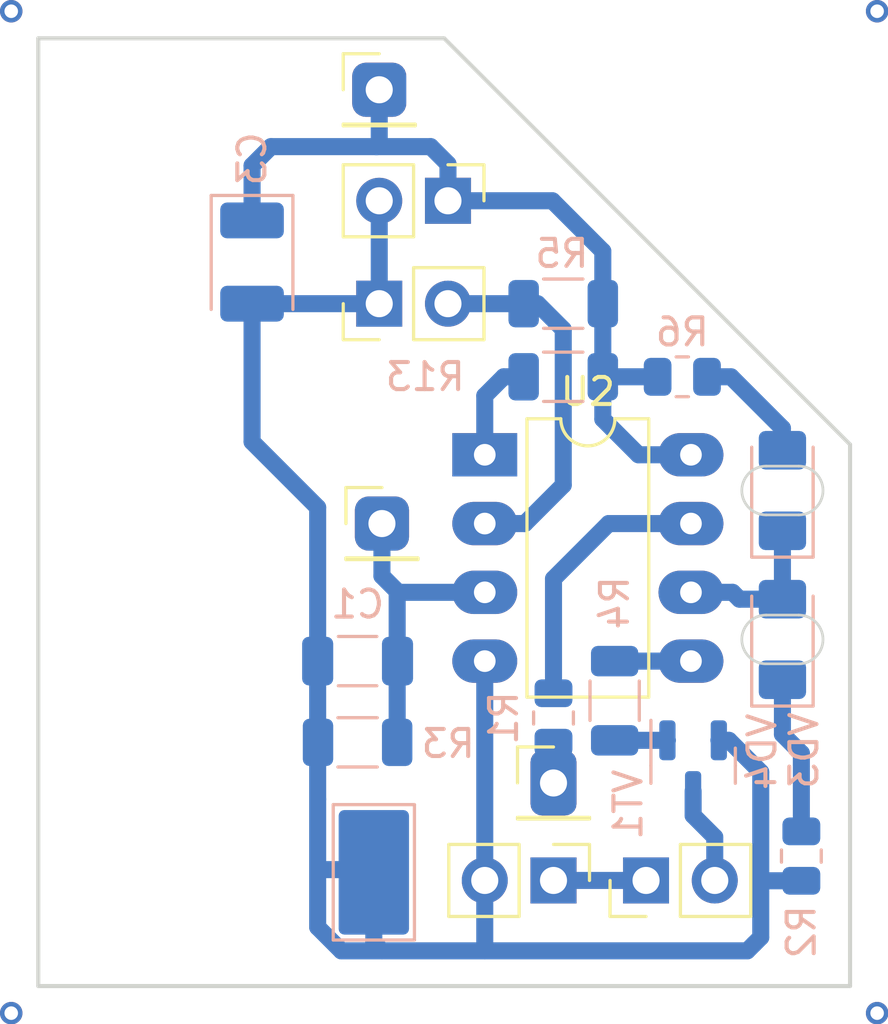
<source format=kicad_pcb>
(kicad_pcb (version 20221018) (generator pcbnew)
  (layers (0 "F.Cu" signal) (31 "B.Cu" signal) (34 "B.Paste" user) (35 "F.Paste" user) (36 "B.SilkS" user "B.Silkscreen") (37 "F.SilkS" user "F.Silkscreen") (38 "B.Mask" user) (39 "F.Mask" user) (44 "Edge.Cuts" user))
  (net 0 "")
  (net 1 "Net-(U2-RST)")
  (net 2 "GND")
  (net 3 "Net-(VT1-G)")
  (net 4 "Net-(U2-PB0)")
  (net 5 "Net-(U2-PB4)")
  (net 6 "/VDD")
  (net 7 "Net-(J3-Pad1)")
  (net 8 "Net-(VT1-D)")
  (net 9 "Net-(J8-Pad1)")
  (net 10 "Net-(U2-PB2)")
  (net 11 "Net-(VD4-C)")
  (net 12 "Net-(VD3-A)")
  (net 13 "Net-(U2-PB1)")
  (net 14 "Net-(U2-PB3)")
  (footprint "Connector_PinHeader_2.54mm:PinHeader_1x02_P2.54mm_Vertical" (layer "F.Cu") (at 69.04 91.1 -90)
    (fp_text reference "J4" hide)
    (fp_text value "12V")
    (fp_line (start -1.33 -1.33) (end 0 -1.33) (stroke (width 0.12)) (layer "F.SilkS"))
    (fp_line (start -1.33 0) (end -1.33 -1.33) (stroke (width 0.12)) (layer "F.SilkS"))
    (fp_line (start -1.33 1.27) (end -1.33 3.87) (stroke (width 0.12)) (layer "F.SilkS"))
    (fp_line (start -1.33 1.27) (end 1.33 1.27) (stroke (width 0.12)) (layer "F.SilkS"))
    (fp_line (start -1.33 3.87) (end 1.33 3.87) (stroke (width 0.12)) (layer "F.SilkS"))
    (fp_line (start 1.33 1.27) (end 1.33 3.87) (stroke (width 0.12)) (layer "F.SilkS"))
    (pad "1" thru_hole rect (at 0 0 270) (size 1.7 1.7) (drill 1) (layers "*.Cu" "*.Mask") (net 7 "Net-(J3-Pad1)"))
    (pad "2" thru_hole oval (at 0 2.54 270) (size 1.7 1.7) (drill 1) (layers "*.Cu" "*.Mask") (net 2 "GND"))
  )
  (footprint "Package_DIP:DIP-8_W7.62mm_LongPads" (layer "F.Cu") (at 66.5 75.38)
    (fp_text reference "U2" (at 3.81 -2.33) (layer "F.SilkS"))
    (fp_text value "ATtiny13V-10S")
    (fp_line (start 1.56 -1.33) (end 1.56 8.95) (stroke (width 0.12)) (layer "F.SilkS"))
    (fp_line (start 1.56 8.95) (end 6.06 8.95) (stroke (width 0.12)) (layer "F.SilkS"))
    (fp_line (start 2.81 -1.33) (end 1.56 -1.33) (stroke (width 0.12)) (layer "F.SilkS"))
    (fp_line (start 6.06 -1.33) (end 4.81 -1.33) (stroke (width 0.12)) (layer "F.SilkS"))
    (fp_line (start 6.06 8.95) (end 6.06 -1.33) (stroke (width 0.12)) (layer "F.SilkS"))
    (fp_arc (start 4.81 -1.33) (mid 3.81 -0.33) (end 2.81 -1.33) (stroke (width 0.12)) (layer "F.SilkS"))
    (pad "1" thru_hole rect (at 0 0) (size 2.4 1.6) (drill 0.8) (layers "*.Cu" "*.Mask") (net 1 "Net-(U2-RST)"))
    (pad "2" thru_hole oval (at 0 2.54) (size 2.4 1.6) (drill 0.8) (layers "*.Cu" "*.Mask") (net 14 "Net-(U2-PB3)"))
    (pad "3" thru_hole oval (at 0 5.08) (size 2.4 1.6) (drill 0.8) (layers "*.Cu" "*.Mask") (net 5 "Net-(U2-PB4)"))
    (pad "4" thru_hole oval (at 0 7.62) (size 2.4 1.6) (drill 0.8) (layers "*.Cu" "*.Mask") (net 2 "GND"))
    (pad "5" thru_hole oval (at 7.62 7.62) (size 2.4 1.6) (drill 0.8) (layers "*.Cu" "*.Mask") (net 4 "Net-(U2-PB0)"))
    (pad "6" thru_hole oval (at 7.62 5.08) (size 2.4 1.6) (drill 0.8) (layers "*.Cu" "*.Mask") (net 13 "Net-(U2-PB1)"))
    (pad "7" thru_hole oval (at 7.62 2.54) (size 2.4 1.6) (drill 0.8) (layers "*.Cu" "*.Mask") (net 10 "Net-(U2-PB2)"))
    (pad "8" thru_hole oval (at 7.62 0) (size 2.4 1.6) (drill 0.8) (layers "*.Cu" "*.Mask") (net 6 "/VDD"))
  )
  (footprint "lib:switch_out" (layer "F.Cu") (at 62.7 68.92)
    (fp_text reference "R7" hide)
    (fp_text value "10k" hide)
    (fp_line (start -1.43 -8.35) (end -0.1 -8.35) (stroke (width 0.12)) (layer "F.SilkS"))
    (fp_line (start -1.43 -7.02) (end -1.43 -8.35) (stroke (width 0.12)) (layer "F.SilkS"))
    (fp_line (start -1.43 -5.75) (end -1.43 -5.69) (stroke (width 0.12)) (layer "F.SilkS"))
    (fp_line (start -1.43 -5.75) (end 1.23 -5.75) (stroke (width 0.12)) (layer "F.SilkS"))
    (fp_line (start -1.43 -5.69) (end 1.23 -5.69) (stroke (width 0.12)) (layer "F.SilkS"))
    (fp_line (start -1.33 7.67) (end 0 7.67) (stroke (width 0.12)) (layer "F.SilkS"))
    (fp_line (start -1.33 9) (end -1.33 7.67) (stroke (width 0.12)) (layer "F.SilkS"))
    (fp_line (start -1.33 10.27) (end -1.33 10.33) (stroke (width 0.12)) (layer "F.SilkS"))
    (fp_line (start -1.33 10.27) (end 1.33 10.27) (stroke (width 0.12)) (layer "F.SilkS"))
    (fp_line (start -1.33 10.33) (end 1.33 10.33) (stroke (width 0.12)) (layer "F.SilkS"))
    (fp_line (start 1.23 -5.75) (end 1.23 -5.69) (stroke (width 0.12)) (layer "F.SilkS"))
    (fp_line (start 1.33 10.27) (end 1.33 10.33) (stroke (width 0.12)) (layer "F.SilkS"))
    (pad "1" thru_hole roundrect (at 0 9) (size 2 2) (drill 1) (layers "*.Cu" "*.Mask") (net 5 "Net-(U2-PB4)"))
    (pad "2" thru_hole roundrect (at -0.1 -7.02) (size 2 2) (drill 1) (layers "*.Cu" "*.Mask") (net 6 "/VDD"))
  )
  (footprint "Connector_PinHeader_2.54mm:PinHeader_1x02_P2.54mm_Vertical" (layer "F.Cu") (at 62.6 69.8 90)
    (fp_text reference "SW1" hide)
    (fp_text value "SWITCH1")
    (fp_line (start -1.33 -1.33) (end 0 -1.33) (stroke (width 0.12)) (layer "F.SilkS"))
    (fp_line (start -1.33 0) (end -1.33 -1.33) (stroke (width 0.12)) (layer "F.SilkS"))
    (fp_line (start -1.33 1.27) (end -1.33 3.87) (stroke (width 0.12)) (layer "F.SilkS"))
    (fp_line (start -1.33 1.27) (end 1.33 1.27) (stroke (width 0.12)) (layer "F.SilkS"))
    (fp_line (start -1.33 3.87) (end 1.33 3.87) (stroke (width 0.12)) (layer "F.SilkS"))
    (fp_line (start 1.33 1.27) (end 1.33 3.87) (stroke (width 0.12)) (layer "F.SilkS"))
    (pad "1" thru_hole rect (at 0 0 90) (size 1.7 1.7) (drill 1) (layers "*.Cu" "*.Mask") (net 2 "GND"))
    (pad "2" thru_hole oval (at 0 2.54 90) (size 1.7 1.7) (drill 1) (layers "*.Cu" "*.Mask") (net 14 "Net-(U2-PB3)"))
  )
  (footprint "MountingHole:MountingHole_3.2mm_M3" (layer "F.Cu") (at 55 90)
    (fp_text reference "H1" hide)
    (fp_text value "MountingHole" hide)
    (pad "" np_thru_hole circle (at 0 0) (size 3.2 3.2) (drill 3.2) (layers "*.Cu" "*.Mask"))
  )
  (footprint "MountingHole:MountingHole_3.2mm_M3" (layer "F.Cu") (at 55 80)
    (fp_text reference "H2" hide)
    (fp_text value "MountingHole" hide)
    (pad "" np_thru_hole circle (at 0 0) (size 3.2 3.2) (drill 3.2) (layers "*.Cu" "*.Mask"))
  )
  (footprint "Connector_PinHeader_2.54mm:PinHeader_1x02_P2.54mm_Vertical" (layer "F.Cu") (at 72.46 91.1 90)
    (fp_text reference "J3" hide)
    (fp_text value "FAN")
    (fp_line (start -1.33 -1.33) (end 0 -1.33) (stroke (width 0.12)) (layer "F.SilkS"))
    (fp_line (start -1.33 0) (end -1.33 -1.33) (stroke (width 0.12)) (layer "F.SilkS"))
    (fp_line (start -1.33 1.27) (end -1.33 3.87) (stroke (width 0.12)) (layer "F.SilkS"))
    (fp_line (start -1.33 1.27) (end 1.33 1.27) (stroke (width 0.12)) (layer "F.SilkS"))
    (fp_line (start -1.33 3.87) (end 1.33 3.87) (stroke (width 0.12)) (layer "F.SilkS"))
    (fp_line (start 1.33 1.27) (end 1.33 3.87) (stroke (width 0.12)) (layer "F.SilkS"))
    (pad "1" thru_hole rect (at 0 0 90) (size 1.7 1.7) (drill 1) (layers "*.Cu" "*.Mask") (net 7 "Net-(J3-Pad1)"))
    (pad "2" thru_hole oval (at 0 2.54 90) (size 1.7 1.7) (drill 1) (layers "*.Cu" "*.Mask") (net 8 "Net-(VT1-D)"))
  )
  (footprint "Connector_PinHeader_2.54mm:PinHeader_1x01_P2.54mm_Vertical" (layer "F.Cu") (at 69.04 87.5)
    (fp_text reference "J8" hide)
    (fp_text value "ON/OFF out")
    (fp_line (start -1.33 -1.33) (end 0 -1.33) (stroke (width 0.12)) (layer "F.SilkS"))
    (fp_line (start -1.33 0) (end -1.33 -1.33) (stroke (width 0.12)) (layer "F.SilkS"))
    (fp_line (start -1.33 1.27) (end -1.33 1.33) (stroke (width 0.12)) (layer "F.SilkS"))
    (fp_line (start -1.33 1.27) (end 1.33 1.27) (stroke (width 0.12)) (layer "F.SilkS"))
    (fp_line (start -1.33 1.33) (end 1.33 1.33) (stroke (width 0.12)) (layer "F.SilkS"))
    (fp_line (start 1.33 1.27) (end 1.33 1.33) (stroke (width 0.12)) (layer "F.SilkS"))
    (pad "1" thru_hole roundrect (at 0 0) (size 1.7 2.4) (drill 1) (layers "*.Cu" "*.Mask") (net 9 "Net-(J8-Pad1)"))
  )
  (footprint "Connector_PinHeader_2.54mm:PinHeader_1x02_P2.54mm_Vertical" (layer "F.Cu") (at 65.14 66 -90)
    (fp_text reference "J6" hide)
    (fp_text value "5V")
    (fp_line (start -1.33 -1.33) (end 0 -1.33) (stroke (width 0.12)) (layer "F.SilkS"))
    (fp_line (start -1.33 0) (end -1.33 -1.33) (stroke (width 0.12)) (layer "F.SilkS"))
    (fp_line (start -1.33 1.27) (end -1.33 3.87) (stroke (width 0.12)) (layer "F.SilkS"))
    (fp_line (start -1.33 1.27) (end 1.33 1.27) (stroke (width 0.12)) (layer "F.SilkS"))
    (fp_line (start -1.33 3.87) (end 1.33 3.87) (stroke (width 0.12)) (layer "F.SilkS"))
    (fp_line (start 1.33 1.27) (end 1.33 3.87) (stroke (width 0.12)) (layer "F.SilkS"))
    (pad "1" thru_hole rect (at 0 0 270) (size 1.7 1.7) (drill 1) (layers "*.Cu" "*.Mask") (net 6 "/VDD"))
    (pad "2" thru_hole oval (at 0 2.54 270) (size 1.7 1.7) (drill 1) (layers "*.Cu" "*.Mask") (net 2 "GND"))
  )
  (footprint "_aDIPonTop:SMD1PIN" (layer "B.Cu") (at 62.4 90.8 90)
    (fp_text reference "J1" hide)
    (fp_text value "CONN01PIN" hide)
    (fp_line (start -2.5 -1.5) (end 2.5 -1.5) (stroke (width 0.12)) (layer "B.SilkS"))
    (fp_line (start -2.5 1.5) (end -2.5 -1.5) (stroke (width 0.12)) (layer "B.SilkS"))
    (fp_line (start 2.5 1.5) (end -2.5 1.5) (stroke (width 0.12)) (layer "B.SilkS"))
    (fp_line (start 2.5 1.5) (end 2.5 -1.5) (stroke (width 0.12)) (layer "B.SilkS"))
    (pad "1" smd roundrect (at 0 0 90) (size 4.6 2.6) (layers "B.Cu" "B.Paste" "B.Mask") (roundrect_rratio 0.08) (net 2 "GND"))
  )
  (footprint "Resistor_SMD:R_1206_3216Metric" (layer "B.Cu") (at 61.8 86)
    (fp_text reference "R3" (at 3.35 0.05) (layer "B.SilkS") (effects (justify mirror)))
    (fp_text value "10k")
    (fp_line (start -0.727064 -0.91) (end 0.727064 -0.91) (stroke (width 0.12)) (layer "B.SilkS"))
    (fp_line (start -0.727064 0.91) (end 0.727064 0.91) (stroke (width 0.12)) (layer "B.SilkS"))
    (pad "1" smd roundrect (at -1.4625 0) (size 1.125 1.75) (layers "B.Cu" "B.Paste" "B.Mask") (roundrect_rratio 0.2222222222) (net 2 "GND"))
    (pad "2" smd roundrect (at 1.4625 0) (size 1.125 1.75) (layers "B.Cu" "B.Paste" "B.Mask") (roundrect_rratio 0.2222222222) (net 5 "Net-(U2-PB4)"))
  )
  (footprint "Resistor_SMD:R_1206_3216Metric" (layer "B.Cu") (at 71.3 84.4625 90)
    (fp_text reference "R4" (at 3.6125 0 90) (layer "B.SilkS") (effects (justify mirror)))
    (fp_text value "470")
    (fp_line (start -0.727064 -0.91) (end 0.727064 -0.91) (stroke (width 0.12)) (layer "B.SilkS"))
    (fp_line (start -0.727064 0.91) (end 0.727064 0.91) (stroke (width 0.12)) (layer "B.SilkS"))
    (pad "1" smd roundrect (at -1.4625 0 90) (size 1.125 1.75) (layers "B.Cu" "B.Paste" "B.Mask") (roundrect_rratio 0.2222222222) (net 3 "Net-(VT1-G)"))
    (pad "2" smd roundrect (at 1.4625 0 90) (size 1.125 1.75) (layers "B.Cu" "B.Paste" "B.Mask") (roundrect_rratio 0.2222222222) (net 4 "Net-(U2-PB0)"))
  )
  (footprint "Capacitor_Tantalum_SMD:CP_EIA-3528-12_Kemet-T" (layer "B.Cu") (at 57.9 68.2625 -90)
    (fp_text reference "C3" (at -3.8125 0 90) (layer "B.SilkS") (effects (justify mirror)))
    (fp_text value "47uF")
    (fp_line (start -2.46 -1.51) (end 1.75 -1.51) (stroke (width 0.12)) (layer "B.SilkS"))
    (fp_line (start -2.46 1.51) (end -2.46 -1.51) (stroke (width 0.12)) (layer "B.SilkS"))
    (fp_line (start 1.75 1.51) (end -2.46 1.51) (stroke (width 0.12)) (layer "B.SilkS"))
    (pad "1" smd roundrect (at -1.5375 0 270) (size 1.325 2.35) (layers "B.Cu" "B.Paste" "B.Mask") (roundrect_rratio 0.1886792453) (net 6 "/VDD"))
    (pad "2" smd roundrect (at 1.5375 0 270) (size 1.325 2.35) (layers "B.Cu" "B.Paste" "B.Mask") (roundrect_rratio 0.1886792453) (net 2 "GND"))
  )
  (footprint "Package_TO_SOT_SMD:SOT-23" (layer "B.Cu") (at 74.2 86.8625 -90)
    (fp_text reference "VT1" (at 1.4375 2.4 90) (layer "B.SilkS") (effects (justify mirror)))
    (fp_text value "2N7002")
    (fp_line (start 0 -1.56) (end -0.65 -1.56) (stroke (width 0.12)) (layer "B.SilkS"))
    (fp_line (start 0 -1.56) (end 0.65 -1.56) (stroke (width 0.12)) (layer "B.SilkS"))
    (fp_line (start 0 1.56) (end -1.675 1.56) (stroke (width 0.12)) (layer "B.SilkS"))
    (fp_line (start 0 1.56) (end 0.65 1.56) (stroke (width 0.12)) (layer "B.SilkS"))
    (pad "1" smd roundrect (at -0.9375 0.95 270) (size 1.475 0.6) (layers "B.Cu" "B.Paste" "B.Mask") (net 3 "Net-(VT1-G)"))
    (pad "2" smd roundrect (at -0.9375 -0.95 270) (size 1.475 0.6) (layers "B.Cu" "B.Paste" "B.Mask") (net 2 "GND"))
    (pad "3" smd roundrect (at 0.9375 0 270) (size 1.475 0.6) (layers "B.Cu" "B.Paste" "B.Mask") (net 8 "Net-(VT1-D)"))
  )
  (footprint "LED_SMD:LED_1206_3216Metric_Pad1.42x1.75mm_HandSolder" (layer "B.Cu") (at 77.5 76.7 90)
    (fp_text reference "VD3" (at -9.6 0.8 90) (layer "B.SilkS") (effects (justify mirror)))
    (fp_text value "LED")
    (fp_line (start -2.46 -1.135) (end 1.6 -1.135) (stroke (width 0.12)) (layer "B.SilkS"))
    (fp_line (start -2.46 1.135) (end -2.46 -1.135) (stroke (width 0.12)) (layer "B.SilkS"))
    (fp_line (start 1.6 1.135) (end -2.46 1.135) (stroke (width 0.12)) (layer "B.SilkS"))
    (pad "1" smd roundrect (at -1.4875 0 90) (size 1.425 1.75) (layers "B.Cu" "B.Paste" "B.Mask") (roundrect_rratio 0.1754392982) (net 13 "Net-(U2-PB1)"))
    (pad "2" smd roundrect (at 1.4875 0 90) (size 1.425 1.75) (layers "B.Cu" "B.Paste" "B.Mask") (roundrect_rratio 0.1754392982) (net 12 "Net-(VD3-A)"))
  )
  (footprint "Resistor_SMD:R_1206_3216Metric" (layer "B.Cu") (at 69.4 69.8)
    (fp_text reference "R5" (at -0.05 -1.85) (layer "B.SilkS") (effects (justify mirror)))
    (fp_text value "10k")
    (fp_line (start -0.727064 -0.91) (end 0.727064 -0.91) (stroke (width 0.12)) (layer "B.SilkS"))
    (fp_line (start -0.727064 0.91) (end 0.727064 0.91) (stroke (width 0.12)) (layer "B.SilkS"))
    (pad "1" smd roundrect (at -1.4625 0) (size 1.125 1.75) (layers "B.Cu" "B.Paste" "B.Mask") (roundrect_rratio 0.2222222222) (net 14 "Net-(U2-PB3)"))
    (pad "2" smd roundrect (at 1.4625 0) (size 1.125 1.75) (layers "B.Cu" "B.Paste" "B.Mask") (roundrect_rratio 0.2222222222) (net 6 "/VDD"))
  )
  (footprint "Resistor_SMD:R_0805_2012Metric" (layer "B.Cu") (at 73.8 72.5 180)
    (fp_text reference "R6" (at 0 1.65) (layer "B.SilkS") (effects (justify mirror)))
    (fp_text value "1k")
    (fp_line (start -0.227064 -0.735) (end 0.227064 -0.735) (stroke (width 0.12)) (layer "B.SilkS"))
    (fp_line (start -0.227064 0.735) (end 0.227064 0.735) (stroke (width 0.12)) (layer "B.SilkS"))
    (pad "1" smd roundrect (at -0.9125 0 180) (size 1.025 1.4) (layers "B.Cu" "B.Paste" "B.Mask") (roundrect_rratio 0.243902439) (net 12 "Net-(VD3-A)"))
    (pad "2" smd roundrect (at 0.9125 0 180) (size 1.025 1.4) (layers "B.Cu" "B.Paste" "B.Mask") (roundrect_rratio 0.243902439) (net 6 "/VDD"))
  )
  (footprint "LED_SMD:LED_1206_3216Metric_Pad1.42x1.75mm_HandSolder" (layer "B.Cu") (at 77.5 82.2 90)
    (fp_text reference "VD4" (at -4.15 -0.75 90) (layer "B.SilkS") (effects (justify mirror)))
    (fp_text value "LED")
    (fp_line (start -2.46 -1.135) (end 1.6 -1.135) (stroke (width 0.12)) (layer "B.SilkS"))
    (fp_line (start -2.46 1.135) (end -2.46 -1.135) (stroke (width 0.12)) (layer "B.SilkS"))
    (fp_line (start 1.6 1.135) (end -2.46 1.135) (stroke (width 0.12)) (layer "B.SilkS"))
    (pad "1" smd roundrect (at -1.4875 0 90) (size 1.425 1.75) (layers "B.Cu" "B.Paste" "B.Mask") (roundrect_rratio 0.1754392982) (net 11 "Net-(VD4-C)"))
    (pad "2" smd roundrect (at 1.4875 0 90) (size 1.425 1.75) (layers "B.Cu" "B.Paste" "B.Mask") (roundrect_rratio 0.1754392982) (net 13 "Net-(U2-PB1)"))
  )
  (footprint "Resistor_SMD:R_0805_2012Metric" (layer "B.Cu") (at 78.2 90.2 90)
    (fp_text reference "R2" (at -2.8 0 90) (layer "B.SilkS") (effects (justify mirror)))
    (fp_text value "1k")
    (fp_line (start -0.227064 -0.735) (end 0.227064 -0.735) (stroke (width 0.12)) (layer "B.SilkS"))
    (fp_line (start -0.227064 0.735) (end 0.227064 0.735) (stroke (width 0.12)) (layer "B.SilkS"))
    (pad "1" smd roundrect (at -0.9125 0 90) (size 1.025 1.4) (layers "B.Cu" "B.Paste" "B.Mask") (roundrect_rratio 0.243902439) (net 2 "GND"))
    (pad "2" smd roundrect (at 0.9125 0 90) (size 1.025 1.4) (layers "B.Cu" "B.Paste" "B.Mask") (roundrect_rratio 0.243902439) (net 11 "Net-(VD4-C)"))
  )
  (footprint "Resistor_SMD:R_0805_2012Metric" (layer "B.Cu") (at 69.04 85.1 90)
    (fp_text reference "R1" (at 0 -1.84 90) (layer "B.SilkS") (effects (justify mirror)))
    (fp_text value "1k")
    (fp_line (start -0.227064 -0.735) (end 0.227064 -0.735) (stroke (width 0.12)) (layer "B.SilkS"))
    (fp_line (start -0.227064 0.735) (end 0.227064 0.735) (stroke (width 0.12)) (layer "B.SilkS"))
    (pad "1" smd roundrect (at -0.9125 0 90) (size 1.025 1.4) (layers "B.Cu" "B.Paste" "B.Mask") (roundrect_rratio 0.243902439) (net 9 "Net-(J8-Pad1)"))
    (pad "2" smd roundrect (at 0.9125 0 90) (size 1.025 1.4) (layers "B.Cu" "B.Paste" "B.Mask") (roundrect_rratio 0.243902439) (net 10 "Net-(U2-PB2)"))
  )
  (footprint "Capacitor_SMD:C_1206_3216Metric" (layer "B.Cu") (at 61.8 83)
    (fp_text reference "C1" (at 0 -2.1) (layer "B.SilkS") (effects (justify mirror)))
    (fp_text value "1u")
    (fp_line (start -0.711252 -0.91) (end 0.711252 -0.91) (stroke (width 0.12)) (layer "B.SilkS"))
    (fp_line (start -0.711252 0.91) (end 0.711252 0.91) (stroke (width 0.12)) (layer "B.SilkS"))
    (pad "1" smd roundrect (at -1.475 0) (size 1.15 1.8) (layers "B.Cu" "B.Paste" "B.Mask") (roundrect_rratio 0.2173913043) (net 2 "GND"))
    (pad "2" smd roundrect (at 1.475 0) (size 1.15 1.8) (layers "B.Cu" "B.Paste" "B.Mask") (roundrect_rratio 0.2173913043) (net 5 "Net-(U2-PB4)"))
  )
  (footprint "Resistor_SMD:R_1206_3216Metric" (layer "B.Cu") (at 69.4 72.5)
    (fp_text reference "R13" (at -5.1 0) (layer "B.SilkS") (effects (justify mirror)))
    (fp_text value "10k")
    (fp_line (start -0.727064 -0.91) (end 0.727064 -0.91) (stroke (width 0.12)) (layer "B.SilkS"))
    (fp_line (start -0.727064 0.91) (end 0.727064 0.91) (stroke (width 0.12)) (layer "B.SilkS"))
    (pad "1" smd roundrect (at -1.4625 0) (size 1.125 1.75) (layers "B.Cu" "B.Paste" "B.Mask") (roundrect_rratio 0.2222222222) (net 1 "Net-(U2-RST)"))
    (pad "2" smd roundrect (at 1.4625 0) (size 1.125 1.75) (layers "B.Cu" "B.Paste" "B.Mask") (roundrect_rratio 0.2222222222) (net 6 "/VDD"))
  )
  (gr_line (start 76.9 77.6) (end 78.1 77.6) (stroke (width 0.1)) (layer "Edge.Cuts"))
  (gr_arc (start 76.9 83.1) (mid 76 82.2) (end 76.9 81.3) (stroke (width 0.1)) (layer "Edge.Cuts"))
  (gr_line (start 78.1 81.3) (end 76.9 81.3) (stroke (width 0.1)) (layer "Edge.Cuts"))
  (gr_arc (start 78.1 75.8) (mid 79 76.7) (end 78.1 77.6) (stroke (width 0.1)) (layer "Edge.Cuts"))
  (gr_arc (start 78.1 81.3) (mid 79 82.2) (end 78.1 83.1) (stroke (width 0.1)) (layer "Edge.Cuts"))
  (gr_arc (start 76.9 77.6) (mid 76 76.7) (end 76.9 75.8) (stroke (width 0.1)) (layer "Edge.Cuts"))
  (gr_line (start 65 60) (end 50 60) (stroke (width 0.15)) (layer "Edge.Cuts"))
  (gr_line (start 80 95) (end 80 75) (stroke (width 0.15)) (layer "Edge.Cuts"))
  (gr_line (start 80 75) (end 65 60) (stroke (width 0.15)) (layer "Edge.Cuts"))
  (gr_line (start 50 60) (end 50 95) (stroke (width 0.15)) (layer "Edge.Cuts"))
  (gr_line (start 50 95) (end 80 95) (stroke (width 0.15)) (layer "Edge.Cuts"))
  (gr_line (start 78.1 75.8) (end 76.9 75.8) (stroke (width 0.1)) (layer "Edge.Cuts"))
  (gr_line (start 76.9 83.1) (end 78.1 83.1) (stroke (width 0.1)) (layer "Edge.Cuts"))
  (via (at 81 59) (size 0.83) (drill 0.5) (layers "F.Cu" "B.Cu") (net 0))
  (via (at 49 59) (size 0.83) (drill 0.5) (layers "F.Cu" "B.Cu") (net 0))
  (via (at 81 96) (size 0.83) (drill 0.5) (layers "F.Cu" "B.Cu") (net 0))
  (via (at 49 96) (size 0.83) (drill 0.5) (layers "F.Cu" "B.Cu") (net 0))
  (segment (start 66.5 73.2) (end 66.5 75.38) (width 0.63) (layer "B.Cu") (net 1))
  (segment (start 67.2 72.5) (end 66.5 73.2) (width 0.63) (layer "B.Cu") (net 1))
  (segment (start 67.9375 72.5) (end 67.2 72.5) (width 0.63) (layer "B.Cu") (net 1))
  (segment (start 57.9 74.9) (end 57.9 69.8) (width 0.63) (layer "B.Cu") (net 2))
  (segment (start 60.325 83) (end 60.325 88.1) (width 0.63) (layer "B.Cu") (net 2))
  (segment (start 60.325 88.1) (end 60.325 90.7) (width 0.63) (layer "B.Cu") (net 2))
  (segment (start 75.525 85.925) (end 76.7 87.1) (width 0.63) (layer "B.Cu") (net 2))
  (segment (start 60.325 77.325) (end 57.9 74.9) (width 0.63) (layer "B.Cu") (net 2))
  (segment (start 62.4 93.4) (end 62.7 93.7) (width 0.63) (layer "B.Cu") (net 2))
  (segment (start 62.6 69.775) (end 62.625 69.8) (width 0.63) (layer "B.Cu") (net 2))
  (segment (start 76.8875 91.1125) (end 76.7 91.3) (width 0.63) (layer "B.Cu") (net 2))
  (segment (start 76.7 91.3) (end 76.7 93.2) (width 0.63) (layer "B.Cu") (net 2))
  (segment (start 78.2 91.1125) (end 76.8875 91.1125) (width 0.63) (layer "B.Cu") (net 2))
  (segment (start 62.625 69.8) (end 57.9 69.8) (width 0.63) (layer "B.Cu") (net 2))
  (segment (start 66.5 83) (end 66.5 91.1) (width 0.63) (layer "B.Cu") (net 2))
  (segment (start 75.15 85.925) (end 75.525 85.925) (width 0.63) (layer "B.Cu") (net 2))
  (segment (start 62.3 90.7) (end 62.4 90.8) (width 0.63) (layer "B.Cu") (net 2))
  (segment (start 62.4 90.8) (end 62.4 93.4) (width 0.63) (layer "B.Cu") (net 2))
  (segment (start 60.325 92.825) (end 61.2 93.7) (width 0.63) (layer "B.Cu") (net 2))
  (segment (start 60.325 90.7) (end 62.3 90.7) (width 0.63) (layer "B.Cu") (net 2))
  (segment (start 76.7 87.1) (end 76.7 91.3) (width 0.63) (layer "B.Cu") (net 2))
  (segment (start 62.7 93.7) (end 66.5 93.7) (width 0.63) (layer "B.Cu") (net 2))
  (segment (start 62.6 66) (end 62.6 69.775) (width 0.63) (layer "B.Cu") (net 2))
  (segment (start 61.2 93.7) (end 62.7 93.7) (width 0.63) (layer "B.Cu") (net 2))
  (segment (start 60.325 83) (end 60.325 77.325) (width 0.63) (layer "B.Cu") (net 2))
  (segment (start 76.45 93.45) (end 76.2 93.7) (width 0.63) (layer "B.Cu") (net 2))
  (segment (start 66.5 93.7) (end 76.2 93.7) (width 0.63) (layer "B.Cu") (net 2))
  (segment (start 60.325 90.7) (end 60.325 92.825) (width 0.63) (layer "B.Cu") (net 2))
  (segment (start 76.7 93.2) (end 76.45 93.45) (width 0.63) (layer "B.Cu") (net 2))
  (segment (start 66.5 91.1) (end 66.5 93.7) (width 0.63) (layer "B.Cu") (net 2))
  (segment (start 71.3 85.925) (end 73.25 85.925) (width 0.63) (layer "B.Cu") (net 3))
  (segment (start 74.12 83) (end 71.3 83) (width 0.63) (layer "B.Cu") (net 4))
  (segment (start 62.7 77.92) (end 62.7 79.8575) (width 0.63) (layer "B.Cu") (net 5))
  (segment (start 66.5 80.46) (end 63.3025 80.46) (width 0.63) (layer "B.Cu") (net 5))
  (segment (start 63.2625 86) (end 63.2625 80.5) (width 0.63) (layer "B.Cu") (net 5))
  (segment (start 62.7 79.8575) (end 63.3025 80.46) (width 0.63) (layer "B.Cu") (net 5))
  (segment (start 72.8875 72.5) (end 70.8625 72.5) (width 0.63) (layer "B.Cu") (net 6))
  (segment (start 74.12 75.38) (end 72.18 75.38) (width 0.63) (layer "B.Cu") (net 6))
  (segment (start 64.5 64) (end 65.14 64.64) (width 0.63) (layer "B.Cu") (net 6))
  (segment (start 69 66) (end 65.14 66) (width 0.63) (layer "B.Cu") (net 6))
  (segment (start 58.6 64) (end 62.5 64) (width 0.63) (layer "B.Cu") (net 6))
  (segment (start 70.8625 74.0625) (end 70.8625 69.8) (width 0.63) (layer "B.Cu") (net 6))
  (segment (start 62.6 61.9) (end 62.6 63.9) (width 0.63) (layer "B.Cu") (net 6))
  (segment (start 57.9 66.725) (end 57.9 64.7) (width 0.63) (layer "B.Cu") (net 6))
  (segment (start 62.5 64) (end 64.5 64) (width 0.63) (layer "B.Cu") (net 6))
  (segment (start 62.6 63.9) (end 62.5 64) (width 0.63) (layer "B.Cu") (net 6))
  (segment (start 65.14 64.64) (end 65.14 66) (width 0.63) (layer "B.Cu") (net 6))
  (segment (start 70.8625 69.8) (end 70.8625 67.8625) (width 0.63) (layer "B.Cu") (net 6))
  (segment (start 70.8625 67.8625) (end 69 66) (width 0.63) (layer "B.Cu") (net 6))
  (segment (start 57.9 64.7) (end 58.6 64) (width 0.63) (layer "B.Cu") (net 6))
  (segment (start 72.18 75.38) (end 70.8625 74.0625) (width 0.63) (layer "B.Cu") (net 6))
  (segment (start 72.46 91.1) (end 69.04 91.1) (width 0.63) (layer "B.Cu") (net 7))
  (segment (start 74.2 88.7) (end 75 89.5) (width 0.63) (layer "B.Cu") (net 8))
  (segment (start 74.2 87.8) (end 74.2 88.7) (width 0.63) (layer "B.Cu") (net 8))
  (segment (start 75 89.5) (end 75 91.1) (width 0.63) (layer "B.Cu") (net 8))
  (segment (start 69.04 86.0125) (end 69.04 87.5) (width 0.63) (layer "B.Cu") (net 9))
  (segment (start 74.12 77.92) (end 71.08 77.92) (width 0.63) (layer "B.Cu") (net 10))
  (segment (start 71.08 77.92) (end 69.04 79.96) (width 0.63) (layer "B.Cu") (net 10))
  (segment (start 69.04 79.96) (end 69.04 84.1875) (width 0.63) (layer "B.Cu") (net 10))
  (segment (start 78.2 89.2875) (end 78.2 86.4) (width 0.63) (layer "B.Cu") (net 11))
  (segment (start 78.2 86.4) (end 77.5 85.7) (width 0.63) (layer "B.Cu") (net 11))
  (segment (start 77.5 85.7) (end 77.5 83.6875) (width 0.63) (layer "B.Cu") (net 11))
  (segment (start 75.6 72.5) (end 74.7125 72.5) (width 0.63) (layer "B.Cu") (net 12))
  (segment (start 77.5 75.2125) (end 77.5 74.4) (width 0.63) (layer "B.Cu") (net 12))
  (segment (start 77.5 74.4) (end 75.6 72.5) (width 0.63) (layer "B.Cu") (net 12))
  (segment (start 75.66 80.46) (end 75.9125 80.7125) (width 0.63) (layer "B.Cu") (net 13))
  (segment (start 74.12 80.46) (end 75.66 80.46) (width 0.63) (layer "B.Cu") (net 13))
  (segment (start 77.5 80.7125) (end 77.5 78.1875) (width 0.63) (layer "B.Cu") (net 13))
  (segment (start 75.9125 80.7125) (end 77.5 80.7125) (width 0.63) (layer "B.Cu") (net 13))
  (segment (start 68.45 69.8) (end 67.9375 69.8) (width 0.63) (layer "B.Cu") (net 14))
  (segment (start 66.5 77.92) (end 67.98 77.92) (width 0.63) (layer "B.Cu") (net 14))
  (segment (start 67.9375 69.8) (end 65.14 69.8) (width 0.63) (layer "B.Cu") (net 14))
  (segment (start 69.4 70.75) (end 68.45 69.8) (width 0.63) (layer "B.Cu") (net 14))
  (segment (start 67.98 77.92) (end 69.4 76.5) (width 0.63) (layer "B.Cu") (net 14))
  (segment (start 69.4 76.5) (end 69.4 70.75) (width 0.63) (layer "B.Cu") (net 14))
)
</source>
